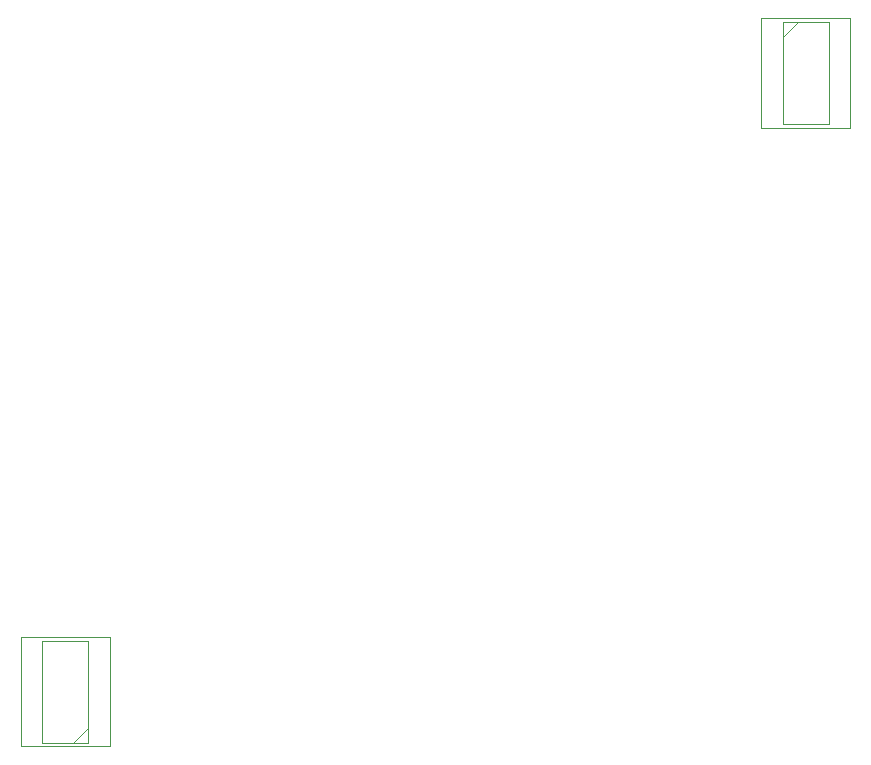
<source format=gbr>
G04 #@! TF.GenerationSoftware,KiCad,Pcbnew,8.0.3*
G04 #@! TF.CreationDate,2024-08-06T18:59:45+01:00*
G04 #@! TF.ProjectId,Tesla Small Drive,5465736c-6120-4536-9d61-6c6c20447269,rev?*
G04 #@! TF.SameCoordinates,Original*
G04 #@! TF.FileFunction,OtherDrawing,Comment*
%FSLAX46Y46*%
G04 Gerber Fmt 4.6, Leading zero omitted, Abs format (unit mm)*
G04 Created by KiCad (PCBNEW 8.0.3) date 2024-08-06 18:59:45*
%MOMM*%
%LPD*%
G01*
G04 APERTURE LIST*
%ADD10C,0.050000*%
%ADD11C,0.100000*%
G04 APERTURE END LIST*
D10*
G04 #@! TO.C,IC1*
X190275000Y-98385000D02*
X197775000Y-98385000D01*
X190275000Y-107635000D02*
X190275000Y-98385000D01*
D11*
X192075000Y-98685000D02*
X195975000Y-98685000D01*
X192075000Y-99955000D02*
X193345000Y-98685000D01*
X192075000Y-107335000D02*
X192075000Y-98685000D01*
X195975000Y-98685000D02*
X195975000Y-107335000D01*
X195975000Y-107335000D02*
X192075000Y-107335000D01*
D10*
X197775000Y-98385000D02*
X197775000Y-107635000D01*
X197775000Y-107635000D02*
X190275000Y-107635000D01*
G04 #@! TO.C,IC2*
X127600000Y-150772500D02*
X135100000Y-150772500D01*
X127600000Y-160022500D02*
X127600000Y-150772500D01*
D11*
X129400000Y-151072500D02*
X133300000Y-151072500D01*
X129400000Y-159722500D02*
X129400000Y-151072500D01*
X133300000Y-151072500D02*
X133300000Y-159722500D01*
X133300000Y-158452500D02*
X132030000Y-159722500D01*
X133300000Y-159722500D02*
X129400000Y-159722500D01*
D10*
X135100000Y-150772500D02*
X135100000Y-160022500D01*
X135100000Y-160022500D02*
X127600000Y-160022500D01*
G04 #@! TD*
M02*

</source>
